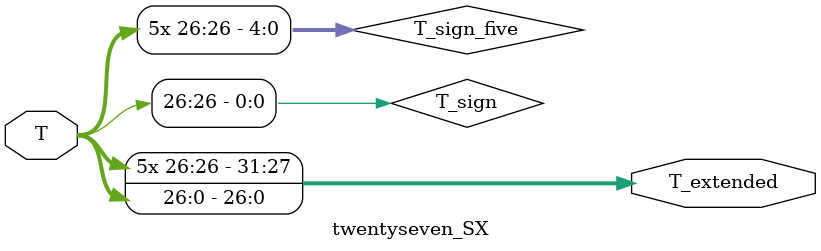
<source format=v>
module twentyseven_SX(T, T_extended);
	// sign-extension unit: 27 to 32
	input [26:0] T;
	output [31:0] T_extended;
	
	// perform sign-padding
	wire T_sign;
	assign T_sign = T[26];
	
	wire [4:0] T_sign_five = {5{T_sign}};
	assign T_extended = {T_sign_five, T};
	
endmodule

</source>
